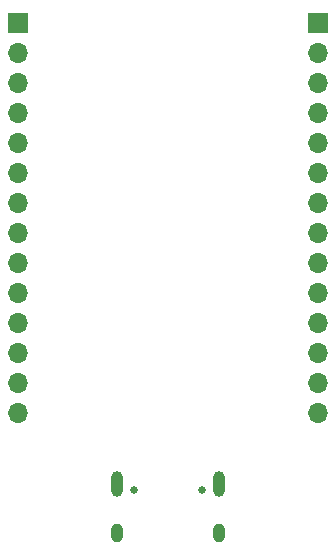
<source format=gbr>
%TF.GenerationSoftware,KiCad,Pcbnew,(5.99.0-12972-g3d2ffc12c1)*%
%TF.CreationDate,2021-12-01T23:42:46+01:00*%
%TF.ProjectId,ESP32_CP2102,45535033-325f-4435-9032-3130322e6b69,rev?*%
%TF.SameCoordinates,Original*%
%TF.FileFunction,Soldermask,Bot*%
%TF.FilePolarity,Negative*%
%FSLAX46Y46*%
G04 Gerber Fmt 4.6, Leading zero omitted, Abs format (unit mm)*
G04 Created by KiCad (PCBNEW (5.99.0-12972-g3d2ffc12c1)) date 2021-12-01 23:42:46*
%MOMM*%
%LPD*%
G01*
G04 APERTURE LIST*
G04 Aperture macros list*
%AMRoundRect*
0 Rectangle with rounded corners*
0 $1 Rounding radius*
0 $2 $3 $4 $5 $6 $7 $8 $9 X,Y pos of 4 corners*
0 Add a 4 corners polygon primitive as box body*
4,1,4,$2,$3,$4,$5,$6,$7,$8,$9,$2,$3,0*
0 Add four circle primitives for the rounded corners*
1,1,$1+$1,$2,$3*
1,1,$1+$1,$4,$5*
1,1,$1+$1,$6,$7*
1,1,$1+$1,$8,$9*
0 Add four rect primitives between the rounded corners*
20,1,$1+$1,$2,$3,$4,$5,0*
20,1,$1+$1,$4,$5,$6,$7,0*
20,1,$1+$1,$6,$7,$8,$9,0*
20,1,$1+$1,$8,$9,$2,$3,0*%
G04 Aperture macros list end*
%ADD10R,1.700000X1.700000*%
%ADD11O,1.700000X1.700000*%
%ADD12C,0.670000*%
%ADD13RoundRect,0.500000X0.000000X-0.300000X0.000000X-0.300000X0.000000X0.300000X0.000000X0.300000X0*%
%ADD14RoundRect,0.500000X0.000000X-0.600000X0.000000X-0.600000X0.000000X0.600000X0.000000X0.600000X0*%
G04 APERTURE END LIST*
D10*
%TO.C,J103*%
X114300000Y-83820000D03*
D11*
X114300000Y-86360000D03*
X114300000Y-88900000D03*
X114300000Y-91440000D03*
X114300000Y-93980000D03*
X114300000Y-96520000D03*
X114300000Y-99060000D03*
X114300000Y-101600000D03*
X114300000Y-104140000D03*
X114300000Y-106680000D03*
X114300000Y-109220000D03*
X114300000Y-111760000D03*
X114300000Y-114300000D03*
X114300000Y-116840000D03*
%TD*%
D12*
%TO.C,J101*%
X104500000Y-123350000D03*
X98700000Y-123350000D03*
D13*
X105920000Y-127000000D03*
X97280000Y-127000000D03*
D14*
X97280000Y-122820000D03*
X105920000Y-122820000D03*
%TD*%
D10*
%TO.C,J102*%
X88900000Y-83820000D03*
D11*
X88900000Y-86360000D03*
X88900000Y-88900000D03*
X88900000Y-91440000D03*
X88900000Y-93980000D03*
X88900000Y-96520000D03*
X88900000Y-99060000D03*
X88900000Y-101600000D03*
X88900000Y-104140000D03*
X88900000Y-106680000D03*
X88900000Y-109220000D03*
X88900000Y-111760000D03*
X88900000Y-114300000D03*
X88900000Y-116840000D03*
%TD*%
M02*

</source>
